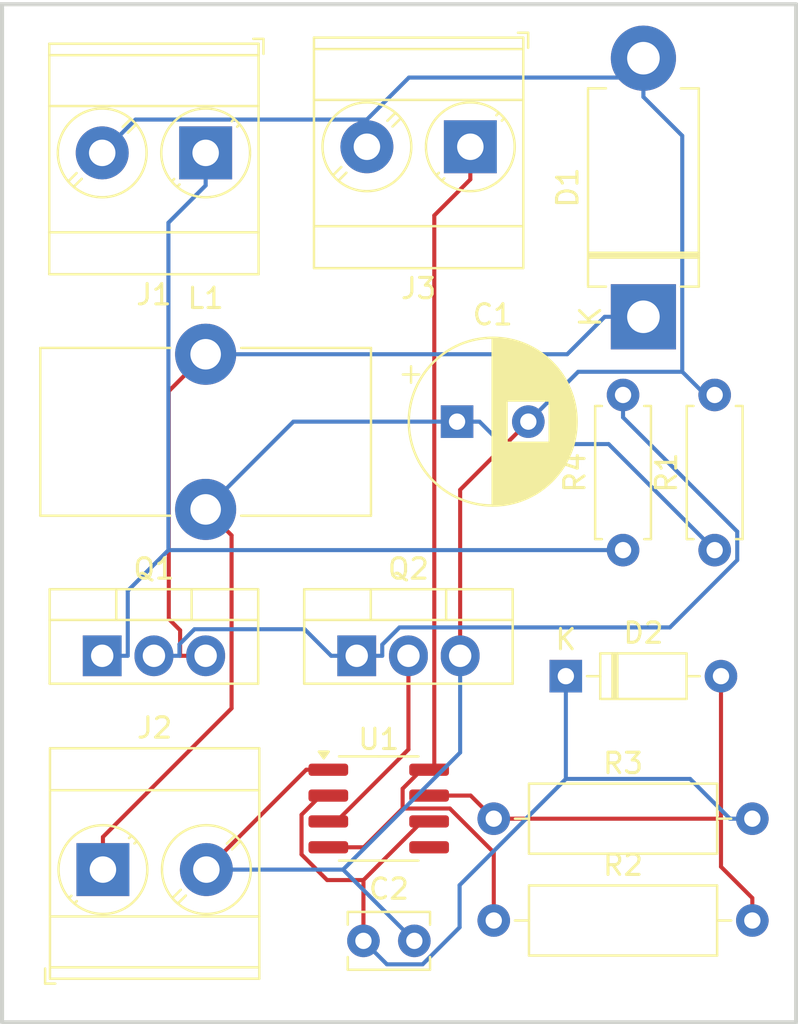
<source format=kicad_pcb>
(kicad_pcb (version 20240108) (generator "pcbnew") (generator_version "8.0")
  (layers (0 "F.Cu" signal) (31 "B.Cu" signal) (34 "B.Paste" user) (35 "F.Paste" user) (36 "B.SilkS" user "B.Silkscreen") (37 "F.SilkS" user "F.Silkscreen") (38 "B.Mask" user) (39 "F.Mask" user) (44 "Edge.Cuts" user))
  (net 0 "")
  (net 1 "GND")
  (net 2 "Net-(J2-Pin_1)")
  (net 3 "Net-(D2-K)")
  (net 4 "Net-(D1-K)")
  (net 5 "Net-(D2-A)")
  (net 6 "Net-(J1-Pin_1)")
  (net 7 "Net-(J3-Pin_1)")
  (net 8 "Net-(Q1-G)")
  (net 9 "Net-(Q2-G)")
  (footprint "TerminalBlock_Phoenix:TerminalBlock_Phoenix_MKDS-3-2-5.08_1x02_P5.08mm_Horizontal" (layer "F.Cu") (at 93.955 154.5)
    (property "Reference" "J2" (at 2.54 -6.96 0) (layer "F.SilkS"))
    (property "Value" "Output 5V")
    (fp_line (start -2.84 4.86) (end -2.84 5.6) (stroke (width 0.12)) (layer "F.SilkS"))
    (fp_line (start -2.84 5.6) (end -2.34 5.6) (stroke (width 0.12)) (layer "F.SilkS"))
    (fp_line (start -2.6 -5.96) (end -2.6 5.36) (stroke (width 0.12)) (layer "F.SilkS"))
    (fp_line (start -2.6 -5.96) (end 7.68 -5.96) (stroke (width 0.12)) (layer "F.SilkS"))
    (fp_line (start -2.6 -3.9) (end 7.68 -3.9) (stroke (width 0.12)) (layer "F.SilkS"))
    (fp_line (start -2.6 2.3) (end 7.68 2.3) (stroke (width 0.12)) (layer "F.SilkS"))
    (fp_line (start -2.6 4.8) (end 7.68 4.8) (stroke (width 0.12)) (layer "F.SilkS"))
    (fp_line (start -2.6 5.36) (end 7.68 5.36) (stroke (width 0.12)) (layer "F.SilkS"))
    (fp_line (start -1.548 1.281) (end -1.654 1.388) (stroke (width 0.12)) (layer "F.SilkS"))
    (fp_line (start -1.282 1.547) (end -1.388 1.654) (stroke (width 0.12)) (layer "F.SilkS"))
    (fp_line (start 1.388 -1.654) (end 1.281 -1.547) (stroke (width 0.12)) (layer "F.SilkS"))
    (fp_line (start 1.654 -1.388) (end 1.547 -1.281) (stroke (width 0.12)) (layer "F.SilkS"))
    (fp_line (start 3.822 0.992) (end 3.427 1.388) (stroke (width 0.12)) (layer "F.SilkS"))
    (fp_line (start 4.073 1.274) (end 3.693 1.654) (stroke (width 0.12)) (layer "F.SilkS"))
    (fp_line (start 6.468 -1.654) (end 6.088 -1.274) (stroke (width 0.12)) (layer "F.SilkS"))
    (fp_line (start 6.734 -1.388) (end 6.339 -0.992) (stroke (width 0.12)) (layer "F.SilkS"))
    (fp_line (start 7.68 -5.96) (end 7.68 5.36) (stroke (width 0.12)) (layer "F.SilkS"))
    (fp_circle (center 0 0) (end 2.18 0) (stroke (width 0.12)) (fill none) (layer "F.SilkS"))
    (fp_circle (center 5.08 0) (end 7.26 0) (stroke (width 0.12)) (fill none) (layer "F.SilkS"))
    (pad "1" thru_hole rect (at 0 0) (size 2.6 2.6) (drill 1.3) (layers "*.Cu" "*.Mask") (net 2 "Net-(J2-Pin_1)"))
    (pad "2" thru_hole circle (at 5.08 0) (size 2.6 2.6) (drill 1.3) (layers "*.Cu" "*.Mask") (net 1 "GND"))
  )
  (footprint "Resistor_THT:R_Axial_DIN0309_L9.0mm_D3.2mm_P12.70mm_Horizontal" (layer "F.Cu") (at 113.15 152)
    (property "Reference" "R3" (at 6.35 -2.72 0) (layer "F.SilkS"))
    (property "Value" "47k")
    (fp_line (start 1.04 0) (end 1.73 0) (stroke (width 0.12)) (layer "F.SilkS"))
    (fp_line (start 1.73 -1.72) (end 1.73 1.72) (stroke (width 0.12)) (layer "F.SilkS"))
    (fp_line (start 1.73 1.72) (end 10.97 1.72) (stroke (width 0.12)) (layer "F.SilkS"))
    (fp_line (start 10.97 -1.72) (end 1.73 -1.72) (stroke (width 0.12)) (layer "F.SilkS"))
    (fp_line (start 10.97 1.72) (end 10.97 -1.72) (stroke (width 0.12)) (layer "F.SilkS"))
    (fp_line (start 11.66 0) (end 10.97 0) (stroke (width 0.12)) (layer "F.SilkS"))
    (pad "1" thru_hole circle (at 0 0) (size 1.6 1.6) (drill 0.8) (layers "*.Cu" "*.Mask") (net 5 "Net-(D2-A)"))
    (pad "2" thru_hole oval (at 12.7 0) (size 1.6 1.6) (drill 0.8) (layers "*.Cu" "*.Mask") (net 3 "Net-(D2-K)"))
  )
  (footprint "TerminalBlock_Phoenix:TerminalBlock_Phoenix_MKDS-3-2-5.08_1x02_P5.08mm_Horizontal" (layer "F.Cu") (at 99 119.3 180)
    (property "Reference" "J1" (at 2.54 -6.96 0) (layer "F.SilkS"))
    (property "Value" "Input 24V")
    (fp_line (start 7.68 -5.96) (end 7.68 5.36) (stroke (width 0.12)) (layer "F.SilkS"))
    (fp_line (start 6.734 -1.388) (end 6.339 -0.992) (stroke (width 0.12)) (layer "F.SilkS"))
    (fp_line (start 6.468 -1.654) (end 6.088 -1.274) (stroke (width 0.12)) (layer "F.SilkS"))
    (fp_line (start 4.073 1.274) (end 3.693 1.654) (stroke (width 0.12)) (layer "F.SilkS"))
    (fp_line (start 3.822 0.992) (end 3.427 1.388) (stroke (width 0.12)) (layer "F.SilkS"))
    (fp_line (start 1.654 -1.388) (end 1.547 -1.281) (stroke (width 0.12)) (layer "F.SilkS"))
    (fp_line (start 1.388 -1.654) (end 1.281 -1.547) (stroke (width 0.12)) (layer "F.SilkS"))
    (fp_line (start -1.282 1.547) (end -1.388 1.654) (stroke (width 0.12)) (layer "F.SilkS"))
    (fp_line (start -1.548 1.281) (end -1.654 1.388) (stroke (width 0.12)) (layer "F.SilkS"))
    (fp_line (start -2.6 5.36) (end 7.68 5.36) (stroke (width 0.12)) (layer "F.SilkS"))
    (fp_line (start -2.6 4.8) (end 7.68 4.8) (stroke (width 0.12)) (layer "F.SilkS"))
    (fp_line (start -2.6 2.3) (end 7.68 2.3) (stroke (width 0.12)) (layer "F.SilkS"))
    (fp_line (start -2.6 -3.9) (end 7.68 -3.9) (stroke (width 0.12)) (layer "F.SilkS"))
    (fp_line (start -2.6 -5.96) (end 7.68 -5.96) (stroke (width 0.12)) (layer "F.SilkS"))
    (fp_line (start -2.6 -5.96) (end -2.6 5.36) (stroke (width 0.12)) (layer "F.SilkS"))
    (fp_line (start -2.84 5.6) (end -2.34 5.6) (stroke (width 0.12)) (layer "F.SilkS"))
    (fp_line (start -2.84 4.86) (end -2.84 5.6) (stroke (width 0.12)) (layer "F.SilkS"))
    (fp_circle (center 5.08 0) (end 7.26 0) (stroke (width 0.12)) (fill none) (layer "F.SilkS"))
    (fp_circle (center 0 0) (end 2.18 0) (stroke (width 0.12)) (fill none) (layer "F.SilkS"))
    (pad "1" thru_hole rect (at 0 0 180) (size 2.6 2.6) (drill 1.3) (layers "*.Cu" "*.Mask") (net 6 "Net-(J1-Pin_1)"))
    (pad "2" thru_hole circle (at 5.08 0 180) (size 2.6 2.6) (drill 1.3) (layers "*.Cu" "*.Mask") (net 1 "GND"))
  )
  (footprint "Capacitor_THT:C_Disc_D3.8mm_W2.6mm_P2.50mm" (layer "F.Cu") (at 106.75 158)
    (property "Reference" "C2" (at 1.25 -2.55 0) (layer "F.SilkS"))
    (property "Value" "100p")
    (fp_line (start -0.77 -1.42) (end -0.77 -0.795) (stroke (width 0.12)) (layer "F.SilkS"))
    (fp_line (start -0.77 -1.42) (end 3.27 -1.42) (stroke (width 0.12)) (layer "F.SilkS"))
    (fp_line (start -0.77 0.795) (end -0.77 1.42) (stroke (width 0.12)) (layer "F.SilkS"))
    (fp_line (start -0.77 1.42) (end 3.27 1.42) (stroke (width 0.12)) (layer "F.SilkS"))
    (fp_line (start 3.27 -1.42) (end 3.27 -0.795) (stroke (width 0.12)) (layer "F.SilkS"))
    (fp_line (start 3.27 0.795) (end 3.27 1.42) (stroke (width 0.12)) (layer "F.SilkS"))
    (pad "1" thru_hole circle (at 0 0) (size 1.6 1.6) (drill 0.8) (layers "*.Cu" "*.Mask") (net 3 "Net-(D2-K)"))
    (pad "2" thru_hole circle (at 2.5 0) (size 1.6 1.6) (drill 0.8) (layers "*.Cu" "*.Mask") (net 1 "GND"))
  )
  (footprint "Diode_THT:D_DO-201AD_P12.70mm_Horizontal" (layer "F.Cu") (at 120.5 127.35 90)
    (property "Reference" "D1" (at 6.35 -3.72 90) (layer "F.SilkS"))
    (property "Value" "D_Schottky")
    (fp_line (start 11.22 -2.72) (end 11.22 -1.84) (stroke (width 0.12)) (layer "F.SilkS"))
    (fp_line (start 3.145 -2.72) (end 3.145 2.72) (stroke (width 0.12)) (layer "F.SilkS"))
    (fp_line (start 3.025 -2.72) (end 3.025 2.72) (stroke (width 0.12)) (layer "F.SilkS"))
    (fp_line (start 2.905 -2.72) (end 2.905 2.72) (stroke (width 0.12)) (layer "F.SilkS"))
    (fp_line (start 1.48 -2.72) (end 11.22 -2.72) (stroke (width 0.12)) (layer "F.SilkS"))
    (fp_line (start 1.48 -1.84) (end 1.48 -2.72) (stroke (width 0.12)) (layer "F.SilkS"))
    (fp_line (start 1.48 1.84) (end 1.48 2.72) (stroke (width 0.12)) (layer "F.SilkS"))
    (fp_line (start 11.22 2.72) (end 11.22 1.84) (stroke (width 0.12)) (layer "F.SilkS"))
    (fp_line (start 1.48 2.72) (end 11.22 2.72) (stroke (width 0.12)) (layer "F.SilkS"))
    (fp_text user "K" (at 0 -2.6 90) (layer "F.SilkS"))
    (pad "1" thru_hole rect (at 0 0 90) (size 3.2 3.2) (drill 1.6) (layers "*.Cu" "*.Mask") (net 4 "Net-(D1-K)"))
    (pad "2" thru_hole oval (at 12.7 0 90) (size 3.2 3.2) (drill 1.6) (layers "*.Cu" "*.Mask") (net 1 "GND"))
  )
  (footprint "Diode_THT:D_DO-35_SOD27_P7.62mm_Horizontal" (layer "F.Cu") (at 116.69 145)
    (property "Reference" "D2" (at 3.81 -2.12 0) (layer "F.SilkS"))
    (property "Value" "D")
    (fp_line (start 1.04 0) (end 1.69 0) (stroke (width 0.12)) (layer "F.SilkS"))
    (fp_line (start 1.69 -1.12) (end 1.69 1.12) (stroke (width 0.12)) (layer "F.SilkS"))
    (fp_line (start 1.69 1.12) (end 5.93 1.12) (stroke (width 0.12)) (layer "F.SilkS"))
    (fp_line (start 2.29 -1.12) (end 2.29 1.12) (stroke (width 0.12)) (layer "F.SilkS"))
    (fp_line (start 2.41 -1.12) (end 2.41 1.12) (stroke (width 0.12)) (layer "F.SilkS"))
    (fp_line (start 2.53 -1.12) (end 2.53 1.12) (stroke (width 0.12)) (layer "F.SilkS"))
    (fp_line (start 5.93 -1.12) (end 1.69 -1.12) (stroke (width 0.12)) (layer "F.SilkS"))
    (fp_line (start 5.93 1.12) (end 5.93 -1.12) (stroke (width 0.12)) (layer "F.SilkS"))
    (fp_line (start 6.58 0) (end 5.93 0) (stroke (width 0.12)) (layer "F.SilkS"))
    (fp_text user "K" (at 0 -1.8 0) (layer "F.SilkS"))
    (pad "1" thru_hole rect (at 0 0) (size 1.6 1.6) (drill 0.8) (layers "*.Cu" "*.Mask") (net 3 "Net-(D2-K)"))
    (pad "2" thru_hole oval (at 7.62 0) (size 1.6 1.6) (drill 0.8) (layers "*.Cu" "*.Mask") (net 5 "Net-(D2-A)"))
  )
  (footprint "Package_TO_SOT_THT:TO-220-3_Vertical" (layer "F.Cu") (at 93.92 144)
    (property "Reference" "Q1" (at 2.54 -4.27 0) (layer "F.SilkS"))
    (property "Value" "NMOS")
    (fp_line (start -2.58 -3.27) (end -2.58 1.371) (stroke (width 0.12)) (layer "F.SilkS"))
    (fp_line (start -2.58 -3.27) (end 7.66 -3.27) (stroke (width 0.12)) (layer "F.SilkS"))
    (fp_line (start -2.58 -1.76) (end 7.66 -1.76) (stroke (width 0.12)) (layer "F.SilkS"))
    (fp_line (start -2.58 1.371) (end 7.66 1.371) (stroke (width 0.12)) (layer "F.SilkS"))
    (fp_line (start 0.69 -3.27) (end 0.69 -1.76) (stroke (width 0.12)) (layer "F.SilkS"))
    (fp_line (start 4.391 -3.27) (end 4.391 -1.76) (stroke (width 0.12)) (layer "F.SilkS"))
    (fp_line (start 7.66 -3.27) (end 7.66 1.371) (stroke (width 0.12)) (layer "F.SilkS"))
    (pad "1" thru_hole rect (at 0 0) (size 1.905 2) (drill 1.1) (layers "*.Cu" "*.Mask") (net 6 "Net-(J1-Pin_1)"))
    (pad "2" thru_hole oval (at 2.54 0) (size 1.905 2) (drill 1.1) (layers "*.Cu" "*.Mask") (net 8 "Net-(Q1-G)"))
    (pad "3" thru_hole oval (at 5.08 0) (size 1.905 2) (drill 1.1) (layers "*.Cu" "*.Mask") (net 4 "Net-(D1-K)"))
  )
  (footprint "Capacitor_THT:CP_Radial_D8.0mm_P3.50mm" (layer "F.Cu") (at 111.3473 132.5)
    (property "Reference" "C1" (at 1.75 -5.25 0) (layer "F.SilkS"))
    (property "Value" "19.2u")
    (fp_line (start -2.659698 -2.315) (end -1.859698 -2.315) (stroke (width 0.12)) (layer "F.SilkS"))
    (fp_line (start -2.259698 -2.715) (end -2.259698 -1.915) (stroke (width 0.12)) (layer "F.SilkS"))
    (fp_line (start 1.75 -4.08) (end 1.75 4.08) (stroke (width 0.12)) (layer "F.SilkS"))
    (fp_line (start 1.79 -4.08) (end 1.79 4.08) (stroke (width 0.12)) (layer "F.SilkS"))
    (fp_line (start 1.83 -4.08) (end 1.83 4.08) (stroke (width 0.12)) (layer "F.SilkS"))
    (fp_line (start 1.87 -4.079) (end 1.87 4.079) (stroke (width 0.12)) (layer "F.SilkS"))
    (fp_line (start 1.91 -4.077) (end 1.91 4.077) (stroke (width 0.12)) (layer "F.SilkS"))
    (fp_line (start 1.95 -4.076) (end 1.95 4.076) (stroke (width 0.12)) (layer "F.SilkS"))
    (fp_line (start 1.99 -4.074) (end 1.99 4.074) (stroke (width 0.12)) (layer "F.SilkS"))
    (fp_line (start 2.03 -4.071) (end 2.03 4.071) (stroke (width 0.12)) (layer "F.SilkS"))
    (fp_line (start 2.07 -4.068) (end 2.07 4.068) (stroke (width 0.12)) (layer "F.SilkS"))
    (fp_line (start 2.11 -4.065) (end 2.11 4.065) (stroke (width 0.12)) (layer "F.SilkS"))
    (fp_line (start 2.15 -4.061) (end 2.15 4.061) (stroke (width 0.12)) (layer "F.SilkS"))
    (fp_line (start 2.19 -4.057) (end 2.19 4.057) (stroke (width 0.12)) (layer "F.SilkS"))
    (fp_line (start 2.23 -4.052) (end 2.23 4.052) (stroke (width 0.12)) (layer "F.SilkS"))
    (fp_line (start 2.27 -4.048) (end 2.27 4.048) (stroke (width 0.12)) (layer "F.SilkS"))
    (fp_line (start 2.31 -4.042) (end 2.31 4.042) (stroke (width 0.12)) (layer "F.SilkS"))
    (fp_line (start 2.35 -4.037) (end 2.35 4.037) (stroke (width 0.12)) (layer "F.SilkS"))
    (fp_line (start 2.39 -4.03) (end 2.39 4.03) (stroke (width 0.12)) (layer "F.SilkS"))
    (fp_line (start 2.43 -4.024) (end 2.43 4.024) (stroke (width 0.12)) (layer "F.SilkS"))
    (fp_line (start 2.471 -4.017) (end 2.471 -1.04) (stroke (width 0.12)) (layer "F.SilkS"))
    (fp_line (start 2.471 1.04) (end 2.471 4.017) (stroke (width 0.12)) (layer "F.SilkS"))
    (fp_line (start 2.511 -4.01) (end 2.511 -1.04) (stroke (width 0.12)) (layer "F.SilkS"))
    (fp_line (start 2.511 1.04) (end 2.511 4.01) (stroke (width 0.12)) (layer "F.SilkS"))
    (fp_line (start 2.551 -4.002) (end 2.551 -1.04) (stroke (width 0.12)) (layer "F.SilkS"))
    (fp_line (start 2.551 1.04) (end 2.551 4.002) (stroke (width 0.12)) (layer "F.SilkS"))
    (fp_line (start 2.591 -3.994) (end 2.591 -1.04) (stroke (width 0.12)) (layer "F.SilkS"))
    (fp_line (start 2.591 1.04) (end 2.591 3.994) (stroke (width 0.12)) (layer "F.SilkS"))
    (fp_line (start 2.631 -3.985) (end 2.631 -1.04) (stroke (width 0.12)) (layer "F.SilkS"))
    (fp_line (start 2.631 1.04) (end 2.631 3.985) (stroke (width 0.12)) (layer "F.SilkS"))
    (fp_line (start 2.671 -3.976) (end 2.671 -1.04) (stroke (width 0.12)) (layer "F.SilkS"))
    (fp_line (start 2.671 1.04) (end 2.671 3.976) (stroke (width 0.12)) (layer "F.SilkS"))
    (fp_line (start 2.711 -3.967) (end 2.711 -1.04) (stroke (width 0.12)) (layer "F.SilkS"))
    (fp_line (start 2.711 1.04) (end 2.711 3.967) (stroke (width 0.12)) (layer "F.SilkS"))
    (fp_line (start 2.751 -3.957) (end 2.751 -1.04) (stroke (width 0.12)) (layer "F.SilkS"))
    (fp_line (start 2.751 1.04) (end 2.751 3.957) (stroke (width 0.12)) (layer "F.SilkS"))
    (fp_line (start 2.791 -3.947) (end 2.791 -1.04) (stroke (width 0.12)) (layer "F.SilkS"))
    (fp_line (start 2.791 1.04) (end 2.791 3.947) (stroke (width 0.12)) (layer "F.SilkS"))
    (fp_line (start 2.831 -3.936) (end 2.831 -1.04) (stroke (width 0.12)) (layer "F.SilkS"))
    (fp_line (start 2.831 1.04) (end 2.831 3.936) (stroke (width 0.12)) (layer "F.SilkS"))
    (fp_line (start 2.871 -3.925) (end 2.871 -1.04) (stroke (width 0.12)) (layer "F.SilkS"))
    (fp_line (start 2.871 1.04) (end 2.871 3.925) (stroke (width 0.12)) (layer "F.SilkS"))
    (fp_line (start 2.911 -3.914) (end 2.911 -1.04) (stroke (width 0.12)) (layer "F.SilkS"))
    (fp_line (start 2.911 1.04) (end 2.911 3.914) (stroke (width 0.12)) (layer "F.SilkS"))
    (fp_line (start 2.951 -3.902) (end 2.951 -1.04) (stroke (width 0.12)) (layer "F.SilkS"))
    (fp_line (start 2.951 1.04) (end 2.951 3.902) (stroke (width 0.12)) (layer "F.SilkS"))
    (fp_line (start 2.991 -3.889) (end 2.991 -1.04) (stroke (width 0.12)) (layer "F.SilkS"))
    (fp_line (start 2.991 1.04) (end 2.991 3.889) (stroke (width 0.12)) (layer "F.SilkS"))
    (fp_line (start 3.031 -3.877) (end 3.031 -1.04) (stroke (width 0.12)) (layer "F.SilkS"))
    (fp_line (start 3.031 1.04) (end 3.031 3.877) (stroke (width 0.12)) (layer "F.SilkS"))
    (fp_line (start 3.071 -3.863) (end 3.071 -1.04) (stroke (width 0.12)) (layer "F.SilkS"))
    (fp_line (start 3.071 1.04) (end 3.071 3.863) (stroke (width 0.12)) (layer "F.SilkS"))
    (fp_line (start 3.111 -3.85) (end 3.111 -1.04) (stroke (width 0.12)) (layer "F.SilkS"))
    (fp_line (start 3.111 1.04) (end 3.111 3.85) (stroke (width 0.12)) (layer "F.SilkS"))
    (fp_line (start 3.151 -3.835) (end 3.151 -1.04) (stroke (width 0.12)) (layer "F.SilkS"))
    (fp_line (start 3.151 1.04) (end 3.151 3.835) (stroke (width 0.12)) (layer "F.SilkS"))
    (fp_line (start 3.191 -3.821) (end 3.191 -1.04) (stroke (width 0.12)) (layer "F.SilkS"))
    (fp_line (start 3.191 1.04) (end 3.191 3.821) (stroke (width 0.12)) (layer "F.SilkS"))
    (fp_line (start 3.231 -3.805) (end 3.231 -1.04) (stroke (width 0.12)) (layer "F.SilkS"))
    (fp_line (start 3.231 1.04) (end 3.231 3.805) (stroke (width 0.12)) (layer "F.SilkS"))
    (fp_line (start 3.271 -3.79) (end 3.271 -1.04) (stroke (width 0.12)) (layer "F.SilkS"))
    (fp_line (start 3.271 1.04) (end 3.271 3.79) (stroke (width 0.12)) (layer "F.SilkS"))
    (fp_line (start 3.311 -3.774) (end 3.311 -1.04) (stroke (width 0.12)) (layer "F.SilkS"))
    (fp_line (start 3.311 1.04) (end 3.311 3.774) (stroke (width 0.12)) (layer "F.SilkS"))
    (fp_line (start 3.351 -3.757) (end 3.351 -1.04) (stroke (width 0.12)) (layer "F.SilkS"))
    (fp_line (start 3.351 1.04) (end 3.351 3.757) (stroke (width 0.12)) (layer "F.SilkS"))
    (fp_line (start 3.391 -3.74) (end 3.391 -1.04) (stroke (width 0.12)) (layer "F.SilkS"))
    (fp_line (start 3.391 1.04) (end 3.391 3.74) (stroke (width 0.12)) (layer "F.SilkS"))
    (fp_line (start 3.431 -3.722) (end 3.431 -1.04) (stroke (width 0.12)) (layer "F.SilkS"))
    (fp_line (start 3.431 1.04) (end 3.431 3.722) (stroke (width 0.12)) (layer "F.SilkS"))
    (fp_line (start 3.471 -3.704) (end 3.471 -1.04) (stroke (width 0.12)) (layer "F.SilkS"))
    (fp_line (start 3.471 1.04) (end 3.471 3.704) (stroke (width 0.12)) (layer "F.SilkS"))
    (fp_line (start 3.511 -3.686) (end 3.511 -1.04) (stroke (width 0.12)) (layer "F.SilkS"))
    (fp_line (start 3.511 1.04) (end 3.511 3.686) (stroke (width 0.12)) (layer "F.SilkS"))
    (fp_line (start 3.551 -3.666) (end 3.551 -1.04) (stroke (width 0.12)) (layer "F.SilkS"))
    (fp_line (start 3.551 1.04) (end 3.551 3.666) (stroke (width 0.12)) (layer "F.SilkS"))
    (fp_line (start 3.591 -3.647) (end 3.591 -1.04) (stroke (width 0.12)) (layer "F.SilkS"))
    (fp_line (start 3.591 1.04) (end 3.591 3.647) (stroke (width 0.12)) (layer "F.SilkS"))
    (fp_line (start 3.631 -3.627) (end 3.631 -1.04) (stroke (width 0.12)) (layer "F.SilkS"))
    (fp_line (start 3.631 1.04) (end 3.631 3.627) (stroke (width 0.12)) (layer "F.SilkS"))
    (fp_line (start 3.671 -3.606) (end 3.671 -1.04) (stroke (width 0.12)) (layer "F.SilkS"))
    (fp_line (start 3.671 1.04) (end 3.671 3.606) (stroke (width 0.12)) (layer "F.SilkS"))
    (fp_line (start 3.711 -3.584) (end 3.711 -1.04) (stroke (width 0.12)) (layer "F.SilkS"))
    (fp_line (start 3.711 1.04) (end 3.711 3.584) (stroke (width 0.12)) (layer "F.SilkS"))
    (fp_line (start 3.751 -3.562) (end 3.751 -1.04) (stroke (width 0.12)) (layer "F.SilkS"))
    (fp_line (start 3.751 1.04) (end 3.751 3.562) (stroke (width 0.12)) (layer "F.SilkS"))
    (fp_line (start 3.791 -3.54) (end 3.791 -1.04) (stroke (width 0.12)) (layer "F.SilkS"))
    (fp_line (start 3.791 1.04) (end 3.791 3.54) (stroke (width 0.12)) (layer "F.SilkS"))
    (fp_line (start 3.831 -3.517) (end 3.831 -1.04) (stroke (width 0.12)) (layer "F.SilkS"))
    (fp_line (start 3.831 1.04) (end 3.831 3.517) (stroke (width 0.12)) (layer "F.SilkS"))
    (fp_line (start 3.871 -3.493) (end 3.871 -1.04) (stroke (width 0.12)) (layer "F.SilkS"))
    (fp_line (start 3.871 1.04) (end 3.871 3.493) (stroke (width 0.12)) (layer "F.SilkS"))
    (fp_line (start 3.911 -3.469) (end 3.911 -1.04) (stroke (width 0.12)) (layer "F.SilkS"))
    (fp_line (start 3.911 1.04) (end 3.911 3.469) (stroke (width 0.12)) (layer "F.SilkS"))
    (fp_line (start 3.951 -3.444) (end 3.951 -1.04) (stroke (width 0.12)) (layer "F.SilkS"))
    (fp_line (start 3.951 1.04) (end 3.951 3.444) (stroke (width 0.12)) (layer "F.SilkS"))
    (fp_line (start 3.991 -3.418) (end 3.991 -1.04) (stroke (width 0.12)) (layer "F.SilkS"))
    (fp_line (start 3.991 1.04) (end 3.991 3.418) (stroke (width 0.12)) (layer "F.SilkS"))
    (fp_line (start 4.031 -3.392) (end 4.031 -1.04) (stroke (width 0.12)) (layer "F.SilkS"))
    (fp_line (start 4.031 1.04) (end 4.031 3.392) (stroke (width 0.12)) (layer "F.SilkS"))
    (fp_line (start 4.071 -3.365) (end 4.071 -1.04) (stroke (width 0.12)) (layer "F.SilkS"))
    (fp_line (start 4.071 1.04) (end 4.071 3.365) (stroke (width 0.12)) (layer "F.SilkS"))
    (fp_line (start 4.111 -3.338) (end 4.111 -1.04) (stroke (width 0.12)) (layer "F.SilkS"))
    (fp_line (start 4.111 1.04) (end 4.111 3.338) (stroke (width 0.12)) (layer "F.SilkS"))
    (fp_line (start 4.151 -3.309) (end 4.151 -1.04) (stroke (width 0.12)) (layer "F.SilkS"))
    (fp_line (start 4.151 1.04) (end 4.151 3.309) (stroke (width 0.12)) (layer "F.SilkS"))
    (fp_line (start 4.191 -3.28) (end 4.191 -1.04) (stroke (width 0.12)) (layer "F.SilkS"))
    (fp_line (start 4.191 1.04) (end 4.191 3.28) (stroke (width 0.12)) (layer "F.SilkS"))
    (fp_line (start 4.231 -3.25) (end 4.231 -1.04) (stroke (width 0.12)) (layer "F.SilkS"))
    (fp_line (start 4.231 1.04) (end 4.231 3.25) (stroke (width 0.12)) (layer "F.SilkS"))
    (fp_line (start 4.271 -3.22) (end 4.271 -1.04) (stroke (width 0.12)) (layer "F.SilkS"))
    (fp_line (start 4.271 1.04) (end 4.271 3.22) (stroke (width 0.12)) (layer "F.SilkS"))
    (fp_line (start 4.311 -3.189) (end 4.311 -1.04) (stroke (width 0.12)) (layer "F.SilkS"))
    (fp_line (start 4.311 1.04) (end 4.311 3.189) (stroke (width 0.12)) (layer "F.SilkS"))
    (fp_line (start 4.351 -3.156) (end 4.351 -1.04) (stroke (width 0.12)) (layer "F.SilkS"))
    (fp_line (start 4.351 1.04) (end 4.351 3.156) (stroke (width 0.12)) (layer "F.SilkS"))
    (fp_line (start 4.391 -3.124) (end 4.391 -1.04) (stroke (width 0.12)) (layer "F.SilkS"))
    (fp_line (start 4.391 1.04) (end 4.391 3.124) (stroke (width 0.12)) (layer "F.SilkS"))
    (fp_line (start 4.431 -3.09) (end 4.431 -1.04) (stroke (width 0.12)) (layer "F.SilkS"))
    (fp_line (start 4.431 1.04) (end 4.431 3.09) (stroke (width 0.12)) (layer "F.SilkS"))
    (fp_line (start 4.471 -3.055) (end 4.471 -1.04) (stroke (width 0.12)) (layer "F.SilkS"))
    (fp_line (start 4.471 1.04) (end 4.471 3.055) (stroke (width 0.12)) (layer "F.SilkS"))
    (fp_line (start 4.511 -3.019) (end 4.511 -1.04) (stroke (width 0.12)) (layer "F.SilkS"))
    (fp_line (start 4.511 1.04) (end 4.511 3.019) (stroke (width 0.12)) (layer "F.SilkS"))
    (fp_line (start 4.551 -2.983) (end 4.551 2.983) (stroke (width 0.12)) (layer "F.SilkS"))
    (fp_line (start 4.591 -2.945) (end 4.591 2.945) (stroke (width 0.12)) (layer "F.SilkS"))
    (fp_line (start 4.631 -2.907) (end 4.631 2.907) (stroke (width 0.12)) (layer "F.SilkS"))
    (fp_line (start 4.671 -2.867) (end 4.671 2.867) (stroke (width 0.12)) (layer "F.SilkS"))
    (fp_line (start 4.711 -2.826) (end 4.711 2.826) (stroke (width 0.12)) (layer "F.SilkS"))
    (fp_line (start 4.751 -2.784) (end 4.751 2.784) (stroke (width 0.12)) (layer "F.SilkS"))
    (fp_line (start 4.791 -2.741) (end 4.791 2.741) (stroke (width 0.12)) (layer "F.SilkS"))
    (fp_line (start 4.831 -2.697) (end 4.831 2.697) (stroke (width 0.12)) (layer "F.SilkS"))
    (fp_line (start 4.871 -2.651) (end 4.871 2.651) (stroke (width 0.12)) (layer "F.SilkS"))
    (fp_line (start 4.911 -2.604) (end 4.911 2.604) (stroke (width 0.12)) (layer "F.SilkS"))
    (fp_line (start 4.951 -2.556) (end 4.951 2.556) (stroke (width 0.12)) (layer "F.SilkS"))
    (fp_line (start 4.991 -2.505) (end 4.991 2.505) (stroke (width 0.12)) (layer "F.SilkS"))
    (fp_line (start 5.031 -2.454) (end 5.031 2.454) (stroke (width 0.12)) (layer "F.SilkS"))
    (fp_line (start 5.071 -2.4) (end 5.071 2.4) (stroke (width 0.12)) (layer "F.SilkS"))
    (fp_line (start 5.111 -2.345) (end 5.111 2.345) (stroke (width 0.12)) (layer "F.SilkS"))
    (fp_line (start 5.151 -2.287) (end 5.151 2.287) (stroke (width 0.12)) (layer "F.SilkS"))
    (fp_line (start 5.191 -2.228) (end 5.191 2.228) (stroke (width 0.12)) (layer "F.SilkS"))
    (fp_line (start 5.231 -2.166) (end 5.231 2.166) (stroke (width 0.12)) (layer "F.SilkS"))
    (fp_line (start 5.271 -2.102) (end 5.271 2.102) (stroke (width 0.12)) (layer "F.SilkS"))
    (fp_line (start 5.311 -2.034) (end 5.311 2.034) (stroke (width 0.12)) (layer "F.SilkS"))
    (fp_line (start 5.351 -1.964) (end 5.351 1.964) (stroke (width 0.12)) (layer "F.SilkS"))
    (fp_line (start 5.391 -1.89) (end 5.391 1.89) (stroke (width 0.12)) (layer "F.SilkS"))
    (fp_line (start 5.431 -1.813) (end 5.431 1.813) (stroke (width 0.12)) (layer "F.SilkS"))
    (fp_line (start 5.471 -1.731) (end 5.471 1.731) (stroke (width 0.12)) (layer "F.SilkS"))
    (fp_line (start 5.511 -1.645) (end 5.511 1.645) (stroke (width 0.12)) (layer "F.SilkS"))
    (fp_line (start 5.551 -1.552) (end 5.551 1.552) (stroke (width 0.12)) (layer "F.SilkS"))
    (fp_line (start 5.591 -1.453) (end 5.591 1.453) (stroke (width 0.12)) (layer "F.SilkS"))
    (fp_line (start 5.631 -1.346) (end 5.631 1.346) (stroke (width 0.12)) (layer "F.SilkS"))
    (fp_line (start 5.671 -1.229) (end 5.671 1.229) (stroke (width 0.12)) (layer "F.SilkS"))
    (fp_line (start 5.711 -1.098) (end 5.711 1.098) (stroke (width 0.12)) (layer "F.SilkS"))
    (fp_line (start 5.751 -0.948) (end 5.751 0.948) (stroke (width 0.12)) (layer "F.SilkS"))
    (fp_line (start 5.791 -0.768) (end 5.791 0.768) (stroke (width 0.12)) (layer "F.SilkS"))
    (fp_line (start 5.831 -0.533) (end 5.831 0.533) (stroke (width 0.12)) (layer "F.SilkS"))
    (fp_circle (center 1.75 0) (end 5.87 0) (stroke (width 0.12)) (fill none) (layer "F.SilkS"))
    (pad "1" thru_hole rect (at 0 0) (size 1.6 1.6) (drill 0.8) (layers "*.Cu" "*.Mask") (net 2 "Net-(J2-Pin_1)"))
    (pad "2" thru_hole circle (at 3.5 0) (size 1.6 1.6) (drill 0.8) (layers "*.Cu" "*.Mask") (net 1 "GND"))
  )
  (footprint "Package_TO_SOT_THT:TO-220-3_Vertical" (layer "F.Cu") (at 106.42 144)
    (property "Reference" "Q2" (at 2.54 -4.27 0) (layer "F.SilkS"))
    (property "Value" "NMOS")
    (fp_line (start -2.58 -3.27) (end -2.58 1.371) (stroke (width 0.12)) (layer "F.SilkS"))
    (fp_line (start -2.58 -3.27) (end 7.66 -3.27) (stroke (width 0.12)) (layer "F.SilkS"))
    (fp_line (start -2.58 -1.76) (end 7.66 -1.76) (stroke (width 0.12)) (layer "F.SilkS"))
    (fp_line (start -2.58 1.371) (end 7.66 1.371) (stroke (width 0.12)) (layer "F.SilkS"))
    (fp_line (start 0.69 -3.27) (end 0.69 -1.76) (stroke (width 0.12)) (layer "F.SilkS"))
    (fp_line (start 4.391 -3.27) (end 4.391 -1.76) (stroke (width 0.12)) (layer "F.SilkS"))
    (fp_line (start 7.66 -3.27) (end 7.66 1.371) (stroke (width 0.12)) (layer "F.SilkS"))
    (pad "1" thru_hole rect (at 0 0) (size 1.905 2) (drill 1.1) (layers "*.Cu" "*.Mask") (net 8 "Net-(Q1-G)"))
    (pad "2" thru_hole oval (at 2.54 0) (size 1.905 2) (drill 1.1) (layers "*.Cu" "*.Mask") (net 9 "Net-(Q2-G)"))
    (pad "3" thru_hole oval (at 5.08 0) (size 1.905 2) (drill 1.1) (layers "*.Cu" "*.Mask") (net 1 "GND"))
  )
  (footprint "Inductor_THT:L_Toroid_Vertical_L16.0mm_W8.0mm_P7.62mm" (layer "F.Cu") (at 99 129.19)
    (property "Reference" "L1" (at 0 -2.75 0) (layer "F.SilkS"))
    (property "Value" "50u")
    (fp_line (start -8.12 -0.31) (end -8.12 7.93) (stroke (width 0.12)) (layer "F.SilkS"))
    (fp_line (start -8.12 -0.31) (end -1.742 -0.31) (stroke (width 0.12)) (layer "F.SilkS"))
    (fp_line (start -8.12 7.93) (end -1.742 7.93) (stroke (width 0.12)) (layer "F.SilkS"))
    (fp_line (start 1.742 -0.31) (end 8.12 -0.31) (stroke (width 0.12)) (layer "F.SilkS"))
    (fp_line (start 1.742 7.93) (end 8.12 7.93) (stroke (width 0.12)) (layer "F.SilkS"))
    (fp_line (start 8.12 -0.31) (end 8.12 7.93) (stroke (width 0.12)) (layer "F.SilkS"))
    (pad "1" thru_hole circle (at 0 0) (size 3 3) (drill 1.5) (layers "*.Cu" "*.Mask") (net 4 "Net-(D1-K)"))
    (pad "2" thru_hole circle (at 0 7.62) (size 3 3) (drill 1.5) (layers "*.Cu" "*.Mask") (net 2 "Net-(J2-Pin_1)"))
  )
  (footprint "Resistor_THT:R_Axial_DIN0309_L9.0mm_D3.2mm_P12.70mm_Horizontal" (layer "F.Cu") (at 113.15 157)
    (property "Reference" "R2" (at 6.35 -2.72 0) (layer "F.SilkS"))
    (property "Value" "100k")
    (fp_line (start 1.04 0) (end 1.73 0) (stroke (width 0.12)) (layer "F.SilkS"))
    (fp_line (start 1.73 -1.72) (end 1.73 1.72) (stroke (width 0.12)) (layer "F.SilkS"))
    (fp_line (start 1.73 1.72) (end 10.97 1.72) (stroke (width 0.12)) (layer "F.SilkS"))
    (fp_line (start 10.97 -1.72) (end 1.73 -1.72) (stroke (width 0.12)) (layer "F.SilkS"))
    (fp_line (start 10.97 1.72) (end 10.97 -1.72) (stroke (width 0.12)) (layer "F.SilkS"))
    (fp_line (start 11.66 0) (end 10.97 0) (stroke (width 0.12)) (layer "F.SilkS"))
    (pad "1" thru_hole circle (at 0 0) (size 1.6 1.6) (drill 0.8) (layers "*.Cu" "*.Mask") (net 7 "Net-(J3-Pin_1)"))
    (pad "2" thru_hole oval (at 12.7 0) (size 1.6 1.6) (drill 0.8) (layers "*.Cu" "*.Mask") (net 5 "Net-(D2-A)"))
  )
  (footprint "TerminalBlock_Phoenix:TerminalBlock_Phoenix_MKDS-3-2-5.08_1x02_P5.08mm_Horizontal" (layer "F.Cu") (at 112 119 180)
    (property "Reference" "J3" (at 2.54 -6.96 0) (layer "F.SilkS"))
    (property "Value" "Input 5V")
    (fp_line (start 7.68 -5.96) (end 7.68 5.36) (stroke (width 0.12)) (layer "F.SilkS"))
    (fp_line (start 6.734 -1.388) (end 6.339 -0.992) (stroke (width 0.12)) (layer "F.SilkS"))
    (fp_line (start 6.468 -1.654) (end 6.088 -1.274) (stroke (width 0.12)) (layer "F.SilkS"))
    (fp_line (start 4.073 1.274) (end 3.693 1.654) (stroke (width 0.12)) (layer "F.SilkS"))
    (fp_line (start 3.822 0.992) (end 3.427 1.388) (stroke (width 0.12)) (layer "F.SilkS"))
    (fp_line (start 1.654 -1.388) (end 1.547 -1.281) (stroke (width 0.12)) (layer "F.SilkS"))
    (fp_line (start 1.388 -1.654) (end 1.281 -1.547) (stroke (width 0.12)) (layer "F.SilkS"))
    (fp_line (start -1.282 1.547) (end -1.388 1.654) (stroke (width 0.12)) (layer "F.SilkS"))
    (fp_line (start -1.548 1.281) (end -1.654 1.388) (stroke (width 0.12)) (layer "F.SilkS"))
    (fp_line (start -2.6 5.36) (end 7.68 5.36) (stroke (width 0.12)) (layer "F.SilkS"))
    (fp_line (start -2.6 4.8) (end 7.68 4.8) (stroke (width 0.12)) (layer "F.SilkS"))
    (fp_line (start -2.6 2.3) (end 7.68 2.3) (stroke (width 0.12)) (layer "F.SilkS"))
    (fp_line (start -2.6 -3.9) (end 7.68 -3.9) (stroke (width 0.12)) (layer "F.SilkS"))
    (fp_line (start -2.6 -5.96) (end 7.68 -5.96) (stroke (width 0.12)) (layer "F.SilkS"))
    (fp_line (start -2.6 -5.96) (end -2.6 5.36) (stroke (width 0.12)) (layer "F.SilkS"))
    (fp_line (start -2.84 5.6) (end -2.34 5.6) (stroke (width 0.12)) (layer "F.SilkS"))
    (fp_line (start -2.84 4.86) (end -2.84 5.6) (stroke (width 0.12)) (layer "F.SilkS"))
    (fp_circle (center 5.08 0) (end 7.26 0) (stroke (width 0.12)) (fill none) (layer "F.SilkS"))
    (fp_circle (center 0 0) (end 2.18 0) (stroke (width 0.12)) (fill none) (layer "F.SilkS"))
    (pad "1" thru_hole rect (at 0 0 180) (size 2.6 2.6) (drill 1.3) (layers "*.Cu" "*.Mask") (net 7 "Net-(J3-Pin_1)"))
    (pad "2" thru_hole circle (at 5.08 0 180) (size 2.6 2.6) (drill 1.3) (layers "*.Cu" "*.Mask") (net 1 "GND"))
  )
  (footprint "Resistor_THT:R_Axial_DIN0207_L6.3mm_D2.5mm_P7.62mm_Horizontal" (layer "F.Cu") (at 119.5 138.81 90)
    (property "Reference" "R4" (at 3.81 -2.37 90) (layer "F.SilkS"))
    (property "Value" "100")
    (fp_line (start 7.08 -1.37) (end 7.08 -1.04) (stroke (width 0.12)) (layer "F.SilkS"))
    (fp_line (start 0.54 -1.37) (end 7.08 -1.37) (stroke (width 0.12)) (layer "F.SilkS"))
    (fp_line (start 0.54 -1.04) (end 0.54 -1.37) (stroke (width 0.12)) (layer "F.SilkS"))
    (fp_line (start 0.54 1.04) (end 0.54 1.37) (stroke (width 0.12)) (layer "F.SilkS"))
    (fp_line (start 7.08 1.37) (end 7.08 1.04) (stroke (width 0.12)) (layer "F.SilkS"))
    (fp_line (start 0.54 1.37) (end 7.08 1.37) (stroke (width 0.12)) (layer "F.SilkS"))
    (pad "1" thru_hole circle (at 0 0 90) (size 1.6 1.6) (drill 0.8) (layers "*.Cu" "*.Mask") (net 6 "Net-(J1-Pin_1)"))
    (pad "2" thru_hole oval (at 7.62 0 90) (size 1.6 1.6) (drill 0.8) (layers "*.Cu" "*.Mask") (net 8 "Net-(Q1-G)"))
  )
  (footprint "Package_SO:SOIC-8_3.9x4.9mm_P1.27mm" (layer "F.Cu") (at 107.5 151.5)
    (property "Reference" "U1" (at 0 -3.4 0) (layer "F.SilkS"))
    (property "Value" "NE555D")
    (fp_line (start 0 -2.56) (end -1.95 -2.56) (stroke (width 0.12)) (layer "F.SilkS"))
    (fp_line (start 0 -2.56) (end 1.95 -2.56) (stroke (width 0.12)) (layer "F.SilkS"))
    (fp_line (start 0 2.56) (end -1.95 2.56) (stroke (width 0.12)) (layer "F.SilkS"))
    (fp_line (start 0 2.56) (end 1.95 2.56) (stroke (width 0.12)) (layer "F.SilkS"))
    (fp_poly (pts (xy -2.7 -2.465) (xy -2.94 -2.795) (xy -2.46 -2.795) (xy -2.7 -2.465)) (stroke (width 0.12)) (fill solid) (layer "F.SilkS"))
    (pad "1" smd roundrect (at -2.475 -1.905) (size 1.95 0.6) (layers "F.Cu" "F.Paste" "F.Mask") (net 1 "GND"))
    (pad "2" smd roundrect (at -2.475 -0.635) (size 1.95 0.6) (layers "F.Cu" "F.Paste" "F.Mask") (net 3 "Net-(D2-K)"))
    (pad "3" smd roundrect (at -2.475 0.635) (size 1.95 0.6) (layers "F.Cu" "F.Paste" "F.Mask") (net 9 "Net-(Q2-G)"))
    (pad "4" smd roundrect (at -2.475 1.905) (size 1.95 0.6) (layers "F.Cu" "F.Paste" "F.Mask") (net 7 "Net-(J3-Pin_1)"))
    (pad "5" smd roundrect (at 2.475 1.905) (size 1.95 0.6) (layers "F.Cu" "F.Paste" "F.Mask"))
    (pad "6" smd roundrect (at 2.475 0.635) (size 1.95 0.6) (layers "F.Cu" "F.Paste" "F.Mask") (net 3 "Net-(D2-K)"))
    (pad "7" smd roundrect (at 2.475 -0.635) (size 1.95 0.6) (layers "F.Cu" "F.Paste" "F.Mask") (net 5 "Net-(D2-A)"))
    (pad "8" smd roundrect (at 2.475 -1.905) (size 1.95 0.6) (layers "F.Cu" "F.Paste" "F.Mask") (net 7 "Net-(J3-Pin_1)"))
  )
  (footprint "Resistor_THT:R_Axial_DIN0207_L6.3mm_D2.5mm_P7.62mm_Horizontal" (layer "F.Cu") (at 124 138.81 90)
    (property "Reference" "R1" (at 3.81 -2.37 90) (layer "F.SilkS"))
    (property "Value" "1.15")
    (fp_line (start 7.08 -1.37) (end 7.08 -1.04) (stroke (width 0.12)) (layer "F.SilkS"))
    (fp_line (start 0.54 -1.37) (end 7.08 -1.37) (stroke (width 0.12)) (layer "F.SilkS"))
    (fp_line (start 0.54 -1.04) (end 0.54 -1.37) (stroke (width 0.12)) (layer "F.SilkS"))
    (fp_line (start 0.54 1.04) (end 0.54 1.37) (stroke (width 0.12)) (layer "F.SilkS"))
    (fp_line (start 7.08 1.37) (end 7.08 1.04) (stroke (width 0.12)) (layer "F.SilkS"))
    (fp_line (start 0.54 1.37) (end 7.08 1.37) (stroke (width 0.12)) (layer "F.SilkS"))
    (pad "1" thru_hole circle (at 0 0 90) (size 1.6 1.6) (drill 0.8) (layers "*.Cu" "*.Mask") (net 2 "Net-(J2-Pin_1)"))
    (pad "2" thru_hole oval (at 7.62 0 90) (size 1.6 1.6) (drill 0.8) (layers "*.Cu" "*.Mask") (net 1 "GND"))
  )
  (gr_rect (start 89 112) (end 128 162) (stroke (width 0.2)) (fill none) (layer "Edge.Cuts"))
  (segment (start 105.025 149.595) (end 103.94 149.595) (width 0.2) (layer "F.Cu") (net 1))
  (segment (start 103.94 149.595) (end 99.035 154.5) (width 0.2) (layer "F.Cu") (net 1))
  (segment (start 111.5 135.847) (end 114.847 132.5) (width 0.2) (layer "F.Cu") (net 1))
  (segment (start 111.5 144) (end 111.5 135.847) (width 0.2) (layer "F.Cu") (net 1))
  (segment (start 114.8473 132.5) (end 114.847 132.5) (width 0.2) (layer "F.Cu") (net 1))
  (segment (start 122.408 130.05) (end 117.297 130.05) (width 0.2) (layer "B.Cu") (net 1))
  (segment (start 122.408 118.46) (end 120.5 116.552) (width 0.2) (layer "B.Cu") (net 1))
  (segment (start 105.75 154.5) (end 99.035 154.5) (width 0.2) (layer "B.Cu") (net 1))
  (segment (start 114.8473 132.4997) (end 114.847 132.5) (width 0.2) (layer "B.Cu") (net 1))
  (segment (start 124 131.19) (end 123.449 131.19) (width 0.2) (layer "B.Cu") (net 1))
  (segment (start 120.5 115.601) (end 108.984 115.601) (width 0.2) (layer "B.Cu") (net 1))
  (segment (start 111.5 144) (end 111.5 148.75) (width 0.2) (layer "B.Cu") (net 1))
  (segment (start 123.449 131.091) (end 122.408 130.05) (width 0.2) (layer "B.Cu") (net 1))
  (segment (start 109.25 158) (end 105.75 154.5) (width 0.2) (layer "B.Cu") (net 1))
  (segment (start 120.5 114.65) (end 120.5 115.601) (width 0.2) (layer "B.Cu") (net 1))
  (segment (start 123.449 131.19) (end 123.449 131.091) (width 0.2) (layer "B.Cu") (net 1))
  (segment (start 117.297 130.05) (end 114.8473 132.4997) (width 0.2) (layer "B.Cu") (net 1))
  (segment (start 114.8473 132.4997) (end 114.8473 132.5) (width 0.2) (layer "B.Cu") (net 1))
  (segment (start 111.5 148.75) (end 105.75 154.5) (width 0.2) (layer "B.Cu") (net 1))
  (segment (start 120.5 116.552) (end 120.5 115.601) (width 0.2) (layer "B.Cu") (net 1))
  (segment (start 95.5557 117.664) (end 93.92 119.3) (width 0.2) (layer "B.Cu") (net 1))
  (segment (start 122.408 130.05) (end 122.408 118.46) (width 0.2) (layer "B.Cu") (net 1))
  (segment (start 108.984 115.601) (end 106.92 117.664) (width 0.2) (layer "B.Cu") (net 1))
  (segment (start 106.92 117.664) (end 106.92 119) (width 0.2) (layer "B.Cu") (net 1))
  (segment (start 106.92 117.664) (end 95.5557 117.664) (width 0.2) (layer "B.Cu") (net 1))
  (segment (start 93.955 154.5) (end 93.955 152.898) (width 0.2) (layer "F.Cu") (net 2))
  (segment (start 100.273 146.58) (end 100.273 138.083) (width 0.2) (layer "F.Cu") (net 2))
  (segment (start 93.955 152.898) (end 100.273 146.58) (width 0.2) (layer "F.Cu") (net 2))
  (segment (start 100.273 138.083) (end 99 136.81) (width 0.2) (layer "F.Cu") (net 2))
  (segment (start 99 136.81) (end 103.31 132.5) (width 0.2) (layer "B.Cu") (net 2))
  (segment (start 103.31 132.5) (end 111.3473 132.5) (width 0.2) (layer "B.Cu") (net 2))
  (segment (start 112.449 132.5) (end 111.3473 132.5) (width 0.2) (layer "B.Cu") (net 2))
  (segment (start 118.792 133.602) (end 113.551 133.602) (width 0.2) (layer "B.Cu") (net 2))
  (segment (start 113.551 133.602) (end 112.449 132.5) (width 0.2) (layer "B.Cu") (net 2))
  (segment (start 124 138.81) (end 118.792 133.602) (width 0.2) (layer "B.Cu") (net 2))
  (segment (start 104.651 150.865) (end 103.709 151.807) (width 0.2) (layer "F.Cu") (net 3))
  (segment (start 104.968 155.015) (end 106.75 155.015) (width 0.2) (layer "F.Cu") (net 3))
  (segment (start 106.75 155.015) (end 106.75 158) (width 0.2) (layer "F.Cu") (net 3))
  (segment (start 109.63 152.135) (end 106.75 155.015) (width 0.2) (layer "F.Cu") (net 3))
  (segment (start 103.709 153.757) (end 104.968 155.015) (width 0.2) (layer "F.Cu") (net 3))
  (segment (start 105.025 150.865) (end 104.651 150.865) (width 0.2) (layer "F.Cu") (net 3))
  (segment (start 109.975 152.135) (end 109.63 152.135) (width 0.2) (layer "F.Cu") (net 3))
  (segment (start 103.709 151.807) (end 103.709 153.757) (width 0.2) (layer "F.Cu") (net 3))
  (segment (start 122.795 150.047) (end 124.748 152) (width 0.2) (layer "B.Cu") (net 3))
  (segment (start 106.75 158) (end 107.903 159.153) (width 0.2) (layer "B.Cu") (net 3))
  (segment (start 111.472 155.265) (end 116.69 150.047) (width 0.2) (layer "B.Cu") (net 3))
  (segment (start 111.472 157.337) (end 111.472 155.265) (width 0.2) (layer "B.Cu") (net 3))
  (segment (start 107.903 159.153) (end 109.656 159.153) (width 0.2) (layer "B.Cu") (net 3))
  (segment (start 124.748 152) (end 125.85 152) (width 0.2) (layer "B.Cu") (net 3))
  (segment (start 116.69 150.047) (end 116.69 145) (width 0.2) (layer "B.Cu") (net 3))
  (segment (start 109.656 159.153) (end 111.472 157.337) (width 0.2) (layer "B.Cu") (net 3))
  (segment (start 116.69 150.047) (end 122.795 150.047) (width 0.2) (layer "B.Cu") (net 3))
  (segment (start 97.7458 144) (end 97.7458 142.746) (width 0.2) (layer "F.Cu") (net 4))
  (segment (start 97.7458 142.746) (end 97.1894 142.189) (width 0.2) (layer "F.Cu") (net 4))
  (segment (start 97.1894 142.189) (end 97.1894 131.001) (width 0.2) (layer "F.Cu") (net 4))
  (segment (start 99 144) (end 97.7458 144) (width 0.2) (layer "F.Cu") (net 4))
  (segment (start 97.1894 131.001) (end 99 129.19) (width 0.2) (layer "F.Cu") (net 4))
  (segment (start 116.758 129.19) (end 99 129.19) (width 0.2) (layer "B.Cu") (net 4))
  (segment (start 120.5 127.35) (end 118.598 127.35) (width 0.2) (layer "B.Cu") (net 4))
  (segment (start 118.598 127.35) (end 116.758 129.19) (width 0.2) (layer "B.Cu") (net 4))
  (segment (start 125.85 155.898) (end 125.85 157) (width 0.2) (layer "F.Cu") (net 5))
  (segment (start 124.31 152) (end 113.15 152) (width 0.2) (layer "F.Cu") (net 5))
  (segment (start 112.015 150.865) (end 113.15 152) (width 0.2) (layer "F.Cu") (net 5))
  (segment (start 124.31 154.358) (end 125.85 155.898) (width 0.2) (layer "F.Cu") (net 5))
  (segment (start 124.31 145) (end 124.31 152) (width 0.2) (layer "F.Cu") (net 5))
  (segment (start 109.975 150.865) (end 112.015 150.865) (width 0.2) (layer "F.Cu") (net 5))
  (segment (start 124.31 152) (end 124.31 154.358) (width 0.2) (layer "F.Cu") (net 5))
  (segment (start 97.1721 122.73) (end 99 120.902) (width 0.2) (layer "B.Cu") (net 6))
  (segment (start 97.1721 138.81) (end 95.1742 140.808) (width 0.2) (layer "B.Cu") (net 6))
  (segment (start 99 120.902) (end 99 119.3) (width 0.2) (layer "B.Cu") (net 6))
  (segment (start 97.1721 138.81) (end 97.1721 122.73) (width 0.2) (layer "B.Cu") (net 6))
  (segment (start 95.1742 144) (end 93.92 144) (width 0.2) (layer "B.Cu") (net 6))
  (segment (start 119.5 138.81) (end 97.1721 138.81) (width 0.2) (layer "B.Cu") (net 6))
  (segment (start 95.1742 140.808) (end 95.1742 144) (width 0.2) (layer "B.Cu") (net 6))
  (segment (start 110.23 149.34) (end 109.975 149.595) (width 0.2) (layer "F.Cu") (net 7))
  (segment (start 108.674 151.5) (end 106.769 153.405) (width 0.2) (layer "F.Cu") (net 7))
  (segment (start 110.23 122.372) (end 110.23 149.34) (width 0.2) (layer "F.Cu") (net 7))
  (segment (start 108.674 150.527) (end 108.674 151.5) (width 0.2) (layer "F.Cu") (net 7))
  (segment (start 109.975 149.595) (end 109.606 149.595) (width 0.2) (layer "F.Cu") (net 7))
  (segment (start 110.994 151.5) (end 113.15 153.656) (width 0.2) (layer "F.Cu") (net 7))
  (segment (start 112 120.602) (end 110.23 122.372) (width 0.2) (layer "F.Cu") (net 7))
  (segment (start 106.769 153.405) (end 105.025 153.405) (width 0.2) (layer "F.Cu") (net 7))
  (segment (start 108.674 151.5) (end 110.994 151.5) (width 0.2) (layer "F.Cu") (net 7))
  (segment (start 113.15 153.656) (end 113.15 157) (width 0.2) (layer "F.Cu") (net 7))
  (segment (start 112 119) (end 112 120.602) (width 0.2) (layer "F.Cu") (net 7))
  (segment (start 109.606 149.595) (end 108.674 150.527) (width 0.2) (layer "F.Cu") (net 7))
  (segment (start 121.802 142.606) (end 125.108 139.3) (width 0.2) (layer "B.Cu") (net 8))
  (segment (start 106.42 144) (end 107.674 144) (width 0.2) (layer "B.Cu") (net 8))
  (segment (start 97.7142 144) (end 97.7142 143.433) (width 0.2) (layer "B.Cu") (net 8))
  (segment (start 105.166 144) (end 106.42 144) (width 0.2) (layer "B.Cu") (net 8))
  (segment (start 125.108 137.9) (end 119.5 132.292) (width 0.2) (layer "B.Cu") (net 8))
  (segment (start 98.4507 142.696) (end 103.862 142.696) (width 0.2) (layer "B.Cu") (net 8))
  (segment (start 97.7142 143.433) (end 98.4507 142.696) (width 0.2) (layer "B.Cu") (net 8))
  (segment (start 107.674 143.451) (end 108.52 142.606) (width 0.2) (layer "B.Cu") (net 8))
  (segment (start 108.52 142.606) (end 121.802 142.606) (width 0.2) (layer "B.Cu") (net 8))
  (segment (start 96.46 144) (end 97.7142 144) (width 0.2) (layer "B.Cu") (net 8))
  (segment (start 107.674 144) (end 107.674 143.451) (width 0.2) (layer "B.Cu") (net 8))
  (segment (start 103.862 142.696) (end 105.166 144) (width 0.2) (layer "B.Cu") (net 8))
  (segment (start 119.5 132.292) (end 119.5 131.19) (width 0.2) (layer "B.Cu") (net 8))
  (segment (start 125.108 139.3) (end 125.108 137.9) (width 0.2) (layer "B.Cu") (net 8))
  (segment (start 105.424 152.135) (end 108.96 148.599) (width 0.2) (layer "F.Cu") (net 9))
  (segment (start 108.96 148.599) (end 108.96 144) (width 0.2) (layer "F.Cu") (net 9))
  (segment (start 105.025 152.135) (end 105.424 152.135) (width 0.2) (layer "F.Cu") (net 9))
)
</source>
